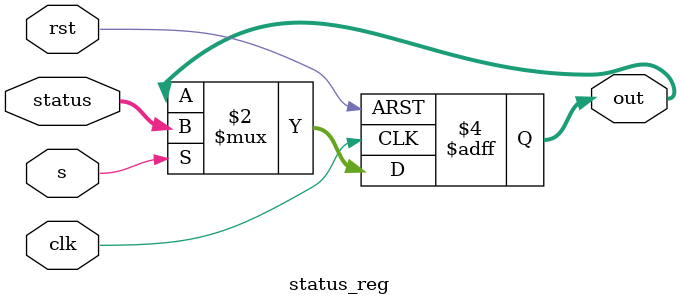
<source format=v>
module status_reg (
    input clk,
    input rst,
    input s,
    input [3:0] status,
    output reg [3:0] out
);

always @(negedge clk, posedge rst) begin
    if (rst) out <= 4'b0000;
    else if (s) out <= status;
end


endmodule
</source>
